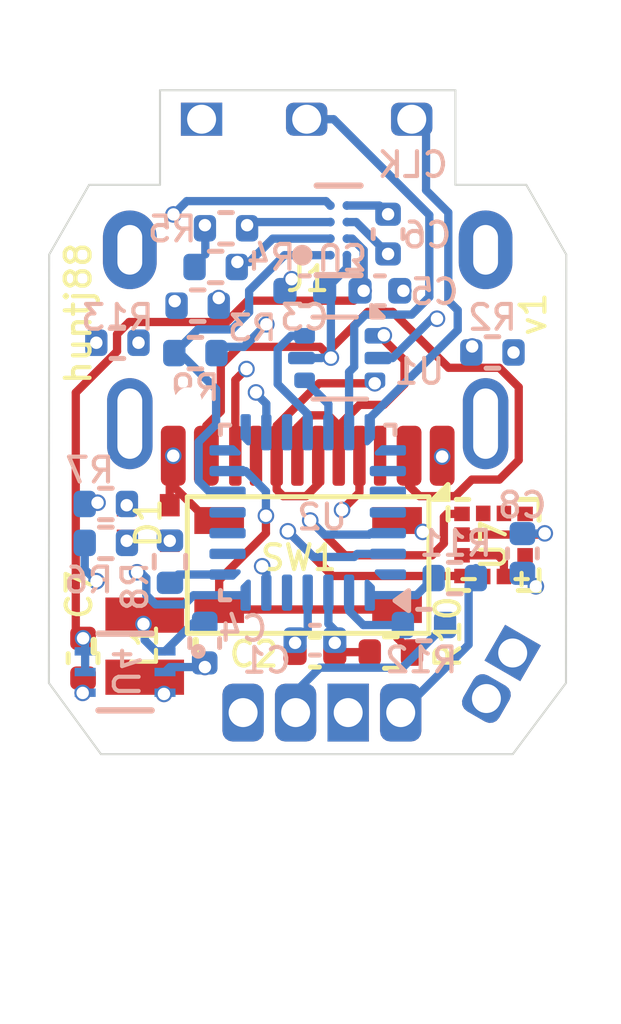
<source format=kicad_pcb>
(kicad_pcb (version 20241229) (generator "pcbnew") (generator_version "9.0")
  (layers (0 "F.Cu" signal) (4 "In1.Cu" signal) (6 "In2.Cu" signal) (8 "In3.Cu" signal) (10 "In4.Cu" signal) (2 "B.Cu" signal) (13 "F.Paste" user) (15 "B.Paste" user) (5 "F.SilkS" user "F.Silkscreen") (7 "B.SilkS" user "B.Silkscreen") (1 "F.Mask" user) (3 "B.Mask" user) (25 "Edge.Cuts" user))
  (net 0 "")
  (net 1 "VBUS_CHRG")
  (net 2 "GND")
  (net 3 "SYS_CHRG")
  (net 4 "BAT_CHRG")
  (net 5 "+3.3V")
  (net 6 "Net-(D1-GA)")
  (net 7 "Net-(D1-RA)")
  (net 8 "Net-(D1-BA)")
  (net 10 "Net-(J1-D+-PadA6)")
  (net 12 "Net-(J1-D--PadA7)")
  (net 15 "Net-(J1-CC2)")
  (net 17 "Net-(J1-CC1)")
  (net 19 "TS_MR_CHRG")
  (net 20 "red")
  (net 21 "green")
  (net 22 "blue")
  (net 23 "USB_DP")
  (net 24 "I2C_SCL")
  (net 25 "DEBUG_SWCLK")
  (net 26 "I2C_SDA")
  (net 27 "INT_CHRG")
  (net 28 "USB_DM")
  (net 29 "DEBUG_SWDIO")
  (net 30 "Net-(U4-SW)")
  (net 36 "Net-(J6-Pin_1)")
  (net 41 "Net-(J6-Pin_4)")
  (net 42 "Net-(J6-Pin_2)")
  (net 50 "fRed")
  (net 51 "fGreen")
  (net 52 "fBlueBulb")
  (footprint "MicroLightDevBoard:Microlight_debug_pins" (layer "F.Cu") (at 47.185 18.45 90)
    (property "Reference" "J3" (hide yes))
    (property "Value" "Conn_01x03_Socket" (hide yes))
    (pad "1" thru_hole rect (at 0 0 90) (size 0.8 1) (drill 0.7) (layers "*.Cu" "*.Mask") (net 2 "GND"))
    (pad "2" thru_hole roundrect (at 0 2.54 90) (size 0.8 1) (drill 0.7) (layers "*.Cu" "*.Mask") (roundrect_rratio 0.2272727273) (net 29 "DEBUG_SWDIO"))
    (pad "3" thru_hole roundrect (at 0 5.08 90) (size 0.8 1) (drill 0.7) (layers "*.Cu" "*.Mask") (roundrect_rratio 0.2272727273) (net 25 "DEBUG_SWCLK"))
  )
  (footprint "Resistor_SMD:R_0402_1005Metric" (layer "F.Cu") (at 51.76 31.335)
    (property "Reference" "R10" (at 1.38 -0.485 90) (layer "F.SilkS") (effects (font (size 0.6 0.6) (thickness 0.1) (bold yes))))
    (property "Value" "6.8k")
    (pad "1" smd roundrect (at -0.509998 -0.000002) (size 0.54 0.64) (layers "F.Cu" "F.Mask" "F.Paste") (net 5 "+3.3V"))
    (pad "2" smd roundrect (at 0.509998 0.000002) (size 0.54 0.64) (layers "F.Cu" "F.Mask" "F.Paste") (net 19 "TS_MR_CHRG"))
  )
  (footprint "Capacitor_SMD:C_0402_1005Metric" (layer "F.Cu") (at 44.32 31.47 -90)
    (property "Reference" "C7" (at -1.535 0.095 90) (layer "F.SilkS") (effects (font (size 0.6 0.6) (thickness 0.1) (bold yes))))
    (property "Value" "10uF")
    (pad "1" smd roundrect (at -0.48 0 270) (size 0.56 0.62) (layers "F.Cu" "F.Mask" "F.Paste") (net 3 "SYS_CHRG"))
    (pad "2" smd roundrect (at 0.48 0 270) (size 0.56 0.62) (layers "F.Cu" "F.Mask" "F.Paste") (net 2 "GND"))
  )
  (footprint "MicroLightDevBoard:rgbLed4Pin_1.27mm" (layer "F.Cu") (at 48.188269 32.785 90)
    (property "Reference" "J6" (hide yes))
    (property "Value" "Conn_01x04_Socket")
    (pad "1" thru_hole roundrect (at 0 0 90) (size 1.4 1) (drill 0.7) (layers "*.Cu" "*.Mask") (net 36 "Net-(J6-Pin_1)"))
    (pad "2" thru_hole roundrect (at 0 1.27 90) (size 1.4 1) (drill 0.7) (layers "*.Cu" "*.Mask") (net 42 "Net-(J6-Pin_2)"))
    (pad "3" thru_hole rect (at 0 2.54 90) (size 1.4 1) (drill 0.7) (layers "*.Cu" "*.Mask") (net 2 "GND"))
    (pad "4" thru_hole roundrect (at 0 3.81 90) (size 1.4 1) (drill 0.7) (layers "*.Cu" "*.Mask") (net 41 "Net-(J6-Pin_4)"))
  )
  (footprint "MicroLightDevBoard:TS-1089S-02526" (layer "F.Cu") (at 49.76 29.22)
    (property "Reference" "SW1" (at -0.225 -0.175 0) (layer "F.SilkS") (effects (font (size 0.6 0.6) (thickness 0.1) (bold yes))))
    (property "Value" "SW_Push" (hide yes))
    (pad "1" smd rect (at -2.15 -1.075) (size 1.2 0.65) (layers "F.Cu" "F.Mask" "F.Paste") (net 2 "GND"))
    (pad "1" smd rect (at 2.15 -1.075) (size 1.2 0.65) (layers "F.Cu" "F.Mask" "F.Paste") (net 2 "GND"))
    (pad "2" smd rect (at -2.15 1.075) (size 1.2 0.65) (layers "F.Cu" "F.Mask" "F.Paste") (net 19 "TS_MR_CHRG"))
    (pad "2" smd rect (at 2.15 1.075) (size 1.2 0.65) (layers "F.Cu" "F.Mask" "F.Paste") (net 19 "TS_MR_CHRG"))
  )
  (footprint "MicroLightDevBoard:battery_1x01_Vertical" (layer "F.Cu") (at 54.069632 32.445482 150)
    (property "Reference" "J4" (hide yes))
    (property "Value" "Conn_01x01_Socket" (hide yes))
    (pad "1" thru_hole roundrect (at 0 0 150) (size 1 1) (drill 0.7) (layers "*.Cu" "*.Mask") (net 4 "BAT_CHRG"))
  )
  (footprint "Package_LGA:LGA-12_2x2mm_P0.5mm" (layer "F.Cu") (at 54.2425 28.735)
    (property "Reference" "U7" (at 0 0 90) (layer "F.SilkS") (effects (font (size 0.6 0.6) (thickness 0.1) (bold yes))))
    (property "Value" "MC3479")
    (pad "1" smd rect (at -0.762501 -0.750001) (size 0.375 0.35) (layers "F.Cu" "F.Mask" "F.Paste") (net 24 "I2C_SCL"))
    (pad "2" smd rect (at -0.762498 -0.249999) (size 0.375 0.35) (layers "F.Cu" "F.Mask" "F.Paste") (net 5 "+3.3V"))
    (pad "3" smd rect (at -0.762498 0.249999) (size 0.375 0.35) (layers "F.Cu" "F.Mask" "F.Paste") (net 2 "GND"))
    (pad "4" smd rect (at -0.762499 0.750001) (size 0.375 0.35) (layers "F.Cu" "F.Mask" "F.Paste") (net 26 "I2C_SDA"))
    (pad "5" smd rect (at -0.249999 0.762498 90) (size 0.375 0.35) (layers "F.Cu" "F.Mask" "F.Paste"))
    (pad "6" smd rect (at 0.249999 0.762498 90) (size 0.375 0.35) (layers "F.Cu" "F.Mask" "F.Paste") (net 2 "GND"))
    (pad "7" smd rect (at 0.762501 0.750001) (size 0.375 0.35) (layers "F.Cu" "F.Mask" "F.Paste") (net 2 "GND"))
    (pad "8" smd rect (at 0.762498 0.249999) (size 0.375 0.35) (layers "F.Cu" "F.Mask" "F.Paste"))
    (pad "9" smd rect (at 0.762498 -0.249999) (size 0.375 0.35) (layers "F.Cu" "F.Mask" "F.Paste") (net 5 "+3.3V"))
    (pad "10" smd rect (at 0.762499 -0.750001) (size 0.375 0.35) (layers "F.Cu" "F.Mask" "F.Paste"))
    (pad "11" smd rect (at 0.249999 -0.762498 90) (size 0.375 0.35) (layers "F.Cu" "F.Mask" "F.Paste"))
    (pad "12" smd rect (at -0.249999 -0.762498 90) (size 0.375 0.35) (layers "F.Cu" "F.Mask" "F.Paste"))
  )
  (footprint "MicroLightDevBoard:USB_C_Receptacle_Hroparts_TYPE-C-31-M-12" (layer "F.Cu") (at 49.75 27.305 180)
    (property "Reference" "J1" (at 0 5 0) (layer "F.SilkS") (effects (font (size 0.6 0.6) (thickness 0.1) (bold yes))))
    (property "Value" "TYPE-C-31-M-12")
    (pad "" np_thru_hole circle (at -2.89 2.051 180) (size 0.65 0.65) (drill 0.65) (layers "*.Cu" "*.Mask"))
    (pad "" np_thru_hole circle (at 2.89 2.051 180) (size 0.65 0.65) (drill 0.65) (layers "*.Cu" "*.Mask"))
    (pad "A1" smd roundrect (at -3.25 0.725 180) (size 0.6 1.45) (layers "F.Cu" "F.Mask" "F.Paste") (net 2 "GND"))
    (pad "A4" smd roundrect (at -2.45 0.725 180) (size 0.6 1.45) (layers "F.Cu" "F.Mask" "F.Paste") (net 1 "VBUS_CHRG"))
    (pad "A5" smd roundrect (at -1.25 0.725 180) (size 0.3 1.45) (layers "F.Cu" "F.Mask" "F.Paste") (net 17 "Net-(J1-CC1)"))
    (pad "A6" smd roundrect (at -0.254 0.725 180) (size 0.3 1.45) (layers "F.Cu" "F.Mask" "F.Paste") (net 10 "Net-(J1-D+-PadA6)"))
    (pad "A7" smd roundrect (at 0.25 0.725 180) (size 0.3 1.45) (layers "F.Cu" "F.Mask" "F.Paste") (net 12 "Net-(J1-D--PadA7)"))
    (pad "A8" smd roundrect (at 1.25 0.725 180) (size 0.3 1.45) (layers "F.Cu" "F.Mask" "F.Paste"))
    (pad "B1" smd roundrect (at 3.25 0.725 180) (size 0.6 1.45) (layers "F.Cu" "F.Mask" "F.Paste") (net 2 "GND"))
    (pad "B4" smd roundrect (at 2.45 0.725 180) (size 0.6 1.45) (layers "F.Cu" "F.Mask" "F.Paste") (net 1 "VBUS_CHRG"))
    (pad "B5" smd roundrect (at 1.75 0.725 180) (size 0.3 1.45) (layers "F.Cu" "F.Mask" "F.Paste") (net 15 "Net-(J1-CC2)"))
    (pad "B6" smd roundrect (at 0.75 0.725 180) (size 0.3 1.45) (layers "F.Cu" "F.Mask" "F.Paste") (net 10 "Net-(J1-D+-PadA6)"))
    (pad "B7" smd roundrect (at -0.75 0.725 180) (size 0.3 1.45) (layers "F.Cu" "F.Mask" "F.Paste") (net 12 "Net-(J1-D--PadA7)"))
    (pad "B8" smd roundrect (at -1.75 0.725 180) (size 0.3 1.45) (layers "F.Cu" "F.Mask" "F.Paste"))
    (pad "S1" thru_hole oval (at -4.3 1.5 180) (size 1.1 2.2) (drill oval 0.6 1.7) (layers "*.Cu" "*.Mask"))
    (pad "S1" thru_hole oval (at -4.3 5.7 180) (size 1.3 1.9) (drill oval 0.6 1.2) (layers "*.Cu" "*.Mask"))
    (pad "S1" thru_hole oval (at 4.3 1.5 180) (size 1.1 2.2) (drill oval 0.6 1.7) (layers "*.Cu" "*.Mask"))
    (pad "S1" thru_hole oval (at 4.3 5.7 180) (size 1.3 1.9) (drill oval 0.6 1.2) (layers "*.Cu" "*.Mask"))
  )
  (footprint "MicroLightDevBoard:74438343022_L" (layer "F.Cu") (at 45.81 31.18 -90)
    (property "Reference" "L1" (at -0.01 0 90) (layer "F.SilkS") (effects (font (size 0.6 0.6) (thickness 0.1) (bold yes))))
    (property "Value" "74438343022 2.2uH" (hide yes))
    (pad "1" smd rect (at -0.75 0 270) (size 0.85 1.9) (layers "F.Cu" "F.Mask" "F.Paste") (net 5 "+3.3V"))
    (pad "2" smd rect (at 0.75 0 270) (size 0.85 1.9) (layers "F.Cu" "F.Mask" "F.Paste") (net 30 "Net-(U4-SW)"))
  )
  (footprint "MicroLightDevBoard:RS-C1415MBAR" (layer "F.Cu") (at 45.895 28.205 180)
    (property "Reference" "D1" (at 0 0 90) (layer "F.SilkS") (effects (font (size 0.6 0.6) (thickness 0.1))))
    (property "Value" "LED_RGBK" (hide yes))
    (pad "1" smd rect (at 0.520002 0.430001) (size 0.48 0.54) (layers "F.Cu" "F.Mask" "F.Paste") (net 6 "Net-(D1-GA)"))
    (pad "2" smd rect (at -0.519997 0.429997 180) (size 0.48 0.54) (layers "F.Cu" "F.Mask" "F.Paste") (net 2 "GND"))
    (pad "3" smd rect (at -0.520002 -0.430001 180) (size 0.48 0.54) (layers "F.Cu" "F.Mask" "F.Paste") (net 8 "Net-(D1-BA)"))
    (pad "4" smd rect (at 0.519997 -0.429997 180) (size 0.48 0.54) (layers "F.Cu" "F.Mask" "F.Paste") (net 7 "Net-(D1-RA)"))
  )
  (footprint "MicroLightDevBoard:battery_1x01_Vertical" (layer "F.Cu") (at 54.705 31.345 -120)
    (property "Reference" "J5" (hide yes))
    (property "Value" "Conn_01x01_Socket" (hide yes))
    (pad "1" thru_hole rect (at 0 0 240) (size 1 1) (drill 0.7) (layers "*.Cu" "*.Mask") (net 2 "GND"))
  )
  (footprint "Capacitor_SMD:C_0402_1005Metric" (layer "F.Cu") (at 49.925 31.325 180)
    (property "Reference" "C2" (at 1.475 -0.05 0) (layer "F.SilkS") (effects (font (size 0.6 0.6) (thickness 0.1) (bold yes))))
    (property "Value" "4.7 uf")
    (pad "1" smd roundrect (at -0.48 0 180) (size 0.56 0.62) (layers "F.Cu" "F.Mask" "F.Paste") (net 5 "+3.3V"))
    (pad "2" smd roundrect (at 0.48 0 180) (size 0.56 0.62) (layers "F.Cu" "F.Mask" "F.Paste") (net 2 "GND"))
  )
  (footprint "MicroLightDevBoard:BQ25180" (layer "B.Cu") (at 50.497499 21.134999)
    (property "Reference" "U3" (at 0.085 0.624999 180) (layer "B.SilkS") (effects (font (size 0.6 0.6) (thickness 0.1) (bold yes)) (justify mirror)))
    (property "Value" "BQ25180")
    (pad "1" smd circle (at -0.2 0.599999) (size 0.212499 0.212499) (layers "B.Cu" "B.Mask" "B.Paste") (net 27 "INT_CHRG"))
    (pad "2" smd circle (at 0.2 0.599999) (size 0.212499 0.212499) (layers "B.Cu" "B.Mask" "B.Paste") (net 1 "VBUS_CHRG"))
    (pad "3" smd circle (at -0.2 0.2) (size 0.212499 0.212499) (layers "B.Cu" "B.Mask" "B.Paste") (net 24 "I2C_SCL"))
    (pad "4" smd circle (at 0.2 0.2) (size 0.212499 0.212499) (layers "B.Cu" "B.Mask" "B.Paste") (net 3 "SYS_CHRG"))
    (pad "5" smd circle (at -0.2 -0.2) (size 0.212499 0.212499) (layers "B.Cu" "B.Mask" "B.Paste") (net 26 "I2C_SDA"))
    (pad "6" smd circle (at 0.2 -0.2) (size 0.212499 0.212499) (layers "B.Cu" "B.Mask" "B.Paste") (net 4 "BAT_CHRG"))
    (pad "7" smd circle (at -0.2 -0.599999) (size 0.212499 0.212499) (layers "B.Cu" "B.Mask" "B.Paste") (net 19 "TS_MR_CHRG"))
    (pad "8" smd circle (at 0.2 -0.599999) (size 0.212499 0.212499) (layers "B.Cu" "B.Mask" "B.Paste") (net 2 "GND"))
  )
  (footprint "Package_DFN_QFN:QFN-28_4x4mm_P0.5mm" (layer "B.Cu") (at 49.75 27.95 90)
    (property "Reference" "U2" (at -0.1125 0.35 180) (layer "B.SilkS") (effects (font (size 0.6 0.6) (thickness 0.1) (bold yes)) (justify mirror)))
    (property "Value" "STM32C071GBUx" (hide yes))
    (pad "1" smd custom (at -1.9975 1.5 90) (size 0.136863 0.136863) (layers "B.Cu" "B.Mask" "B.Paste") (net 50 "fRed") (options (clearance outline) (anchor circle)) (primitives (gr_poly (pts (xy -0.3325 0.08) (xy 0.19886 0.08) (xy 0.3325 -0.05364) (xy 0.3325 -0.08) (xy -0.3325 -0.08)) (width 0.09) (fill yes))))
    (pad "2" smd roundrect (at -1.9375 1 90) (size 0.875 0.25) (layers "B.Cu" "B.Mask" "B.Paste") (net 51 "fGreen"))
    (pad "3" smd roundrect (at -1.9375 0.5 90) (size 0.875 0.25) (layers "B.Cu" "B.Mask" "B.Paste") (net 5 "+3.3V"))
    (pad "4" smd roundrect (at -1.9375 0 90) (size 0.875 0.25) (layers "B.Cu" "B.Mask" "B.Paste") (net 2 "GND"))
    (pad "5" smd roundrect (at -1.9375 -0.5 90) (size 0.875 0.25) (layers "B.Cu" "B.Mask" "B.Paste"))
    (pad "6" smd roundrect (at -1.9375 -1 90) (size 0.875 0.25) (layers "B.Cu" "B.Mask" "B.Paste") (net 20 "red"))
    (pad "7" smd custom (at -1.9975 -1.5 90) (size 0.136863 0.136863) (layers "B.Cu" "B.Mask" "B.Paste") (net 21 "green") (options (clearance outline) (anchor circle)) (primitives (gr_poly (pts (xy -0.3325 0.08) (xy 0.3325 0.08) (xy 0.3325 0.05364) (xy 0.19886 -0.08) (xy -0.3325 -0.08)) (width 0.09) (fill yes))))
    (pad "8" smd custom (at -1.5 -1.9975 90) (size 0.136863 0.136863) (layers "B.Cu" "B.Mask" "B.Paste") (net 22 "blue") (options (clearance outline) (anchor circle)) (primitives (gr_poly (pts (xy -0.08 0.19886) (xy 0.05364 0.3325) (xy 0.08 0.3325) (xy 0.08 -0.3325) (xy -0.08 -0.3325)) (width 0.09) (fill yes))))
    (pad "9" smd roundrect (at -1 -1.9375 90) (size 0.25 0.875) (layers "B.Cu" "B.Mask" "B.Paste"))
    (pad "10" smd roundrect (at -0.5 -1.9375 90) (size 0.25 0.875) (layers "B.Cu" "B.Mask" "B.Paste"))
    (pad "11" smd roundrect (at 0 -1.9375 90) (size 0.25 0.875) (layers "B.Cu" "B.Mask" "B.Paste"))
    (pad "12" smd roundrect (at 0.5 -1.9375 90) (size 0.25 0.875) (layers "B.Cu" "B.Mask" "B.Paste") (net 27 "INT_CHRG"))
    (pad "13" smd roundrect (at 1 -1.9375 90) (size 0.25 0.875) (layers "B.Cu" "B.Mask" "B.Paste") (net 19 "TS_MR_CHRG"))
    (pad "14" smd custom (at 1.5 -1.9975 90) (size 0.136863 0.136863) (layers "B.Cu" "B.Mask" "B.Paste") (options (clearance outline) (anchor circle)) (primitives (gr_poly (pts (xy -0.08 0.3325) (xy -0.05364 0.3325) (xy 0.08 0.19886) (xy 0.08 -0.3325) (xy -0.08 -0.3325)) (width 0.09) (fill yes))))
    (pad "15" smd custom (at 1.9975 -1.5 90) (size 0.136863 0.136863) (layers "B.Cu" "B.Mask" "B.Paste") (options (clearance outline) (anchor circle)) (primitives (gr_poly (pts (xy -0.3325 0.08) (xy 0.3325 0.08) (xy 0.3325 -0.08) (xy -0.19886 -0.08) (xy -0.3325 0.05364)) (width 0.09) (fill yes))))
    (pad "16" smd roundrect (at 1.9375 -1 90) (size 0.875 0.25) (layers "B.Cu" "B.Mask" "B.Paste") (net 52 "fBlueBulb"))
    (pad "17" smd roundrect (at 1.9375 -0.5 90) (size 0.875 0.25) (layers "B.Cu" "B.Mask" "B.Paste"))
    (pad "18" smd roundrect (at 1.9375 0 90) (size 0.875 0.25) (layers "B.Cu" "B.Mask" "B.Paste") (net 28 "USB_DM"))
    (pad "19" smd roundrect (at 1.9375 0.5 90) (size 0.875 0.25) (layers "B.Cu" "B.Mask" "B.Paste") (net 23 "USB_DP"))
    (pad "20" smd roundrect (at 1.9375 1 90) (size 0.875 0.25) (layers "B.Cu" "B.Mask" "B.Paste") (net 29 "DEBUG_SWDIO"))
    (pad "21" smd custom (at 1.9975 1.5 90) (size 0.136863 0.136863) (layers "B.Cu" "B.Mask" "B.Paste") (net 25 "DEBUG_SWCLK") (options (clearance outline) (anchor circle)) (primitives (gr_poly (pts (xy -0.3325 -0.05364) (xy -0.19886 0.08) (xy 0.3325 0.08) (xy 0.3325 -0.08) (xy -0.3325 -0.08)) (width 0.09) (fill yes))))
    (pad "22" smd custom (at 1.5 1.9975 90) (size 0.136863 0.136863) (layers "B.Cu" "B.Mask" "B.Paste") (options (clearance outline) (anchor circle)) (primitives (gr_poly (pts (xy -0.08 0.3325) (xy 0.08 0.3325) (xy 0.08 -0.19886) (xy -0.05364 -0.3325) (xy -0.08 -0.3325)) (width 0.09) (fill yes))))
    (pad "23" smd roundrect (at 1 1.9375 90) (size 0.25 0.875) (layers "B.Cu" "B.Mask" "B.Paste"))
    (pad "24" smd roundrect (at 0.5 1.9375 90) (size 0.25 0.875) (layers "B.Cu" "B.Mask" "B.Paste"))
    (pad "25" smd roundrect (at 0 1.9375 90) (size 0.25 0.875) (layers "B.Cu" "B.Mask" "B.Paste"))
    (pad "26" smd roundrect (at -0.5 1.9375 90) (size 0.25 0.875) (layers "B.Cu" "B.Mask" "B.Paste") (net 24 "I2C_SCL"))
    (pad "27" smd roundrect (at -1 1.9375 90) (size 0.25 0.875) (layers "B.Cu" "B.Mask" "B.Paste") (net 26 "I2C_SDA"))
    (pad "28" smd custom (at -1.5 1.9975 90) (size 0.136863 0.136863) (layers "B.Cu" "B.Mask" "B.Paste") (options (clearance outline) (anchor circle)) (primitives (gr_poly (pts (xy -0.08 0.3325) (xy 0.08 0.3325) (xy 0.08 -0.3325) (xy 0.05364 -0.3325) (xy -0.08 -0.19886)) (width 0.09) (fill yes))))
  )
  (footprint "Resistor_SMD:R_0402_1005Metric" (layer "B.Cu") (at 44.87 27.745 180)
    (property "Reference" "R7" (at 0.39 0.815 0) (layer "B.SilkS") (effects (font (size 0.6 0.6) (thickness 0.1) (bold yes)) (justify mirror)))
    (property "Value" "30")
    (pad "1" smd roundrect (at -0.509997 -0.000001 180) (size 0.54 0.64) (layers "B.Cu" "B.Mask" "B.Paste") (net 6 "Net-(D1-GA)"))
    (pad "2" smd roundrect (at 0.509997 0.000001 180) (size 0.54 0.64) (layers "B.Cu" "B.Mask" "B.Paste") (net 21 "green"))
  )
  (footprint "Package_TO_SOT_SMD:SOT-666" (layer "B.Cu") (at 50.525 24.22 180)
    (property "Reference" "U1" (at -1.925 -0.325 180) (layer "B.SilkS") (effects (font (size 0.6 0.6) (thickness 0.1) (bold yes)) (justify mirror)))
    (property "Value" "USBLC6-2P6")
    (pad "1" smd roundrect (at -0.85 0.5375 180) (size 0.5 0.375) (layers "B.Cu" "B.Mask" "B.Paste") (net 12 "Net-(J1-D--PadA7)"))
    (pad "2" smd roundrect (at -0.925 0 180) (size 0.65 0.3) (layers "B.Cu" "B.Mask" "B.Paste") (net 2 "GND"))
    (pad "3" smd roundrect (at -0.85 -0.5375 180) (size 0.5 0.375) (layers "B.Cu" "B.Mask" "B.Paste") (net 10 "Net-(J1-D+-PadA6)"))
    (pad "4" smd roundrect (at 0.85 -0.5375 180) (size 0.5 0.375) (layers "B.Cu" "B.Mask" "B.Paste") (net 23 "USB_DP"))
    (pad "5" smd roundrect (at 0.925 0 180) (size 0.65 0.3) (layers "B.Cu" "B.Mask" "B.Paste") (net 1 "VBUS_CHRG"))
    (pad "6" smd roundrect (at 0.85 0.5375 180) (size 0.5 0.375) (layers "B.Cu" "B.Mask" "B.Paste") (net 28 "USB_DM"))
  )
  (footprint "Capacitor_SMD:C_0402_1005Metric" (layer "B.Cu") (at 54.94 28.94 90)
    (property "Reference" "C8" (at 1.165 -0.005 0) (layer "B.SilkS") (effects (font (size 0.6 0.6) (thickness 0.1) (bold yes)) (justify mirror)))
    (property "Value" "100nF")
    (pad "1" smd roundrect (at -0.48 0 90) (size 0.56 0.62) (layers "B.Cu" "B.Mask" "B.Paste") (net 2 "GND"))
    (pad "2" smd roundrect (at 0.48 0 90) (size 0.56 0.62) (layers "B.Cu" "B.Mask" "B.Paste") (net 5 "+3.3V"))
  )
  (footprint "Resistor_SMD:R_0402_1005Metric" (layer "B.Cu") (at 53.305 29.535)
    (property "Reference" "R11" (at 0.02 -0.835 0) (layer "B.SilkS") (effects (font (size 0.6 0.6) (thickness 0.1) (bold yes)) (justify mirror)))
    (property "Value" "51")
    (pad "1" smd roundrect (at -0.509998 0.000002) (size 0.54 0.64) (layers "B.Cu" "B.Mask" "B.Paste") (net 50 "fRed"))
    (pad "2" smd roundrect (at 0.509998 -0.000002) (size 0.54 0.64) (layers "B.Cu" "B.Mask" "B.Paste") (net 41 "Net-(J6-Pin_4)"))
  )
  (footprint "Capacitor_SMD:C_0402_1005Metric" (layer "B.Cu") (at 49.68 22.595)
    (property "Reference" "C3" (at -0.01 0.64 0) (layer "B.SilkS") (effects (font (size 0.6 0.6) (thickness 0.1) (bold yes)) (justify mirror)))
    (property "Value" "1uF 25v")
    (pad "1" smd roundrect (at -0.48 0) (size 0.56 0.62) (layers "B.Cu" "B.Mask" "B.Paste") (net 2 "GND"))
    (pad "2" smd roundrect (at 0.48 0) (size 0.56 0.62) (layers "B.Cu" "B.Mask" "B.Paste") (net 1 "VBUS_CHRG"))
  )
  (footprint "Capacitor_SMD:C_0402_1005Metric" (layer "B.Cu") (at 51.692499 21.224998 -90)
    (property "Reference" "C6" (at 0.025 -0.94 180) (layer "B.SilkS") (effects (font (size 0.6 0.6) (thickness 0.1) (bold yes)) (justify mirror)))
    (property "Value" "1uF 25v")
    (pad "1" smd roundrect (at -0.48 0 270) (size 0.56 0.62) (layers "B.Cu" "B.Mask" "B.Paste") (net 2 "GND"))
    (pad "2" smd roundrect (at 0.48 0 270) (size 0.56 0.62) (layers "B.Cu" "B.Mask" "B.Paste") (net 4 "BAT_CHRG"))
  )
  (footprint "Resistor_SMD:R_0402_1005Metric" (layer "B.Cu") (at 47.775 21.085 180)
    (property "Reference" "R5" (at 1.3 -0.02 0) (layer "B.SilkS") (effects (font (size 0.6 0.6) (thickness 0.1) (bold yes)) (justify mirror)))
    (property "Value" "10k")
    (pad "1" smd roundrect (at -0.51 0 180) (size 0.54 0.64) (layers "B.Cu" "B.Mask" "B.Paste") (net 26 "I2C_SDA"))
    (pad "2" smd roundrect (at 0.51 0 180) (size 0.54 0.64) (layers "B.Cu" "B.Mask" "B.Paste") (net 5 "+3.3V"))
  )
  (footprint "Capacitor_SMD:C_0402_1005Metric" (layer "B.Cu") (at 49.925 31.035 180)
    (property "Reference" "C1" (at 1.165 -0.49 0) (layer "B.SilkS") (effects (font (size 0.6 0.6) (thickness 0.1) (bold yes)) (justify mirror)))
    (property "Value" "100 nf")
    (pad "1" smd roundrect (at -0.48 0 180) (size 0.56 0.62) (layers "B.Cu" "B.Mask" "B.Paste") (net 5 "+3.3V"))
    (pad "2" smd roundrect (at 0.48 0 180) (size 0.56 0.62) (layers "B.Cu" "B.Mask" "B.Paste") (net 2 "GND"))
  )
  (footprint "Resistor_SMD:R_0402_1005Metric" (layer "B.Cu") (at 52.56 30.67)
    (property "Reference" "R12" (at -0.065 0.845 0) (layer "B.SilkS") (effects (font (size 0.6 0.6) (thickness 0.1) (bold yes)) (justify mirror)))
    (property "Value" "30")
    (pad "1" smd roundrect (at -0.509998 0.000002) (size 0.54 0.64) (layers "B.Cu" "B.Mask" "B.Paste") (net 51 "fGreen"))
    (pad "2" smd roundrect (at 0.509998 -0.000002) (size 0.54 0.64) (layers "B.Cu" "B.Mask" "B.Paste") (net 42 "Net-(J6-Pin_2)"))
  )
  (footprint "Resistor_SMD:R_0402_1005Metric" (layer "B.Cu") (at 45.15 23.85 180)
    (property "Reference" "R13" (at 0 0.61 0) (layer "B.SilkS") (effects (font (size 0.6 0.6) (thickness 0.1) (bold yes)) (justify mirror)))
    (property "Value" "30")
    (pad "1" smd roundrect (at -0.509998 0.000002 180) (size 0.54 0.64) (layers "B.Cu" "B.Mask" "B.Paste") (net 52 "fBlueBulb"))
    (pad "2" smd roundrect (at 0.509998 -0.000002 180) (size 0.54 0.64) (layers "B.Cu" "B.Mask" "B.Paste") (net 36 "Net-(J6-Pin_1)"))
  )
  (footprint "Resistor_SMD:R_0402_1005Metric" (layer "B.Cu") (at 54.215 24.085 180)
    (property "Reference" "R2" (at -0.000001 0.845 0) (layer "B.SilkS") (effects (font (size 0.6 0.6) (thickness 0.1) (bold yes)) (justify mirror)))
    (property "Value" "5.1k")
    (pad "1" smd roundrect (at -0.51 -0.000001 180) (size 0.54 0.64) (layers "B.Cu" "B.Mask" "B.Paste") (net 17 "Net-(J1-CC1)"))
    (pad "2" smd roundrect (at 0.51 0.000001 180) (size 0.54 0.64) (layers "B.Cu" "B.Mask" "B.Paste") (net 2 "GND"))
  )
  (footprint "Resistor_SMD:R_0402_1005Metric" (layer "B.Cu") (at 47.09 22.955)
    (property "Reference" "R3" (at 1.32 0.54 0) (layer "B.SilkS") (effects (font (size 0.6 0.6) (thickness 0.1) (bold yes)) (justify mirror)))
    (property "Value" "5.1k")
    (pad "1" smd roundrect (at -0.51 0) (size 0.54 0.64) (layers "B.Cu" "B.Mask" "B.Paste") (net 15 "Net-(J1-CC2)"))
    (pad "2" smd roundrect (at 0.51 0) (size 0.54 0.64) (layers "B.Cu" "B.Mask" "B.Paste") (net 2 "GND"))
  )
  (footprint "Resistor_SMD:R_0402_1005Metric" (layer "B.Cu") (at 46.42 29.14 -90)
    (property "Reference" "R8" (at 0.595 0.845 90) (layer "B.SilkS") (effects (font (size 0.6 0.6) (thickness 0.1) (bold yes)) (justify mirror)))
    (property "Value" "30")
    (pad "1" smd roundrect (at -0.509999 0.000002 270) (size 0.54 0.64) (layers "B.Cu" "B.Mask" "B.Paste") (net 8 "Net-(D1-BA)"))
    (pad "2" smd roundrect (at 0.509999 -0.000002 270) (size 0.54 0.64) (layers "B.Cu" "B.Mask" "B.Paste") (net 22 "blue"))
  )
  (footprint "Resistor_SMD:R_0402_1005Metric" (layer "B.Cu") (at 44.87 28.685 180)
    (property "Reference" "R6" (at 0.415 -0.9 0) (layer "B.SilkS") (effects (font (size 0.6 0.6) (thickness 0.1) (bold yes)) (justify mirror)))
    (property "Value" "51")
    (pad "1" smd roundrect (at -0.509999 0.000002 180) (size 0.54 0.64) (layers "B.Cu" "B.Mask" "B.Paste") (net 7 "Net-(D1-RA)"))
    (pad "2" smd roundrect (at 0.509999 -0.000002 180) (size 0.54 0.64) (layers "B.Cu" "B.Mask" "B.Paste") (net 20 "red"))
  )
  (footprint "Resistor_SMD:R_0402_1005Metric" (layer "B.Cu") (at 47.035 24.1 180)
    (property "Reference" "R9" (at 0 -0.84 0) (layer "B.SilkS") (effects (font (size 0.6 0.6) (thickness 0.1) (bold yes)) (justify mirror)))
    (property "Value" "10k")
    (pad "1" smd roundrect (at -0.51 -0.000001 180) (size 0.54 0.64) (layers "B.Cu" "B.Mask" "B.Paste") (net 5 "+3.3V"))
    (pad "2" smd roundrect (at 0.51 0.000001 180) (size 0.54 0.64) (layers "B.Cu" "B.Mask" "B.Paste") (net 27 "INT_CHRG"))
  )
  (footprint "Capacitor_SMD:C_0402_1005Metric" (layer "B.Cu") (at 47.26 31.105 -90)
    (property "Reference" "C4" (at -0.35 -0.92 0) (layer "B.SilkS") (effects (font (size 0.6 0.6) (thickness 0.1) (bold yes)) (justify mirror)))
    (property "Value" "10uF")
    (pad "1" smd roundrect (at -0.48 0 270) (size 0.56 0.62) (layers "B.Cu" "B.Mask" "B.Paste") (net 5 "+3.3V"))
    (pad "2" smd roundrect (at 0.48 0 270) (size 0.56 0.62) (layers "B.Cu" "B.Mask" "B.Paste") (net 2 "GND"))
  )
  (footprint "Capacitor_SMD:C_0402_1005Metric" (layer "B.Cu") (at 51.495 22.594998 180)
    (property "Reference" "C5" (at -1.315 -0.025002 0) (layer "B.SilkS") (effects (font (size 0.6 0.6) (thickness 0.1) (bold yes)) (justify mirror)))
    (property "Value" "10uF")
    (pad "1" smd roundrect (at -0.48 0 180) (size 0.56 0.62) (layers "B.Cu" "B.Mask" "B.Paste") (net 2 "GND"))
    (pad "2" smd roundrect (at 0.48 0 180) (size 0.56 0.62) (layers "B.Cu" "B.Mask" "B.Paste") (net 3 "SYS_CHRG"))
  )
  (footprint "Resistor_SMD:R_0402_1005Metric" (layer "B.Cu") (at 47.525 22.02 180)
    (property "Reference" "R4" (at -1.34 0.23 180) (layer "B.SilkS") (effects (font (size 0.6 0.6) (thickness 0.1) (bold yes)) (justify mirror)))
    (property "Value" "10k")
    (pad "1" smd roundrect (at -0.51 0 180) (size 0.54 0.64) (layers "B.Cu" "B.Mask" "B.Paste") (net 24 "I2C_SCL"))
    (pad "2" smd roundrect (at 0.51 0 180) (size 0.54 0.64) (layers "B.Cu" "B.Mask" "B.Paste") (net 5 "+3.3V"))
  )
  (footprint "MicroLightDevBoard:SNT-6A-A-PKG_PG006-A-P-SD-2.1_ABL" (layer "B.Cu") (at 45.3352 31.805 180)
    (property "Reference" "U4" (at 0 0 270) (layer "B.SilkS") (effects (font (size 0.6 0.6) (thickness 0.1) (bold yes)) (justify mirror)))
    (property "Value" "S-85S1AB33-I6T1U" (hide yes))
    (pad "1" smd rect (at -0.9652 0.499999 180) (size 0.508 0.2032) (layers "B.Cu" "B.Mask" "B.Paste") (net 5 "+3.3V"))
    (pad "2" smd rect (at -0.9652 0 180) (size 0.508 0.2032) (layers "B.Cu" "B.Mask" "B.Paste") (net 2 "GND"))
    (pad "3" smd rect (at -0.9652 -0.499999 180) (size 0.508 0.2032) (layers "B.Cu" "B.Mask" "B.Paste") (net 30 "Net-(U4-SW)"))
    (pad "4" smd rect (at 0.9652 -0.499999 180) (size 0.508 0.2032) (layers "B.Cu" "B.Mask" "B.Paste") (net 2 "GND"))
    (pad "5" smd rect (at 0.9652 0 180) (size 0.508 0.2032) (layers "B.Cu" "B.Mask" "B.Paste") (net 3 "SYS_CHRG"))
    (pad "6" smd rect (at 0.9652 0.499999 180) (size 0.508 0.2032) (layers "B.Cu" "B.Mask" "B.Paste") (net 3 "SYS_CHRG"))
  )
  (gr_line (start 53.490002 29.560004) (end 53.79 29.56) (stroke (width 0.1)) (layer "F.SilkS"))
  (gr_line (start 55.069999 29.559999) (end 54.769993 29.560002) (stroke (width 0.1)) (layer "F.SilkS"))
  (gr_line (start 54.920001 29.410002) (end 54.919998 29.709998) (stroke (width 0.1)) (layer "F.SilkS"))
  (gr_line (start 55.993462 32.07) (end 54.706731 33.79) (stroke (width 0.05)) (layer "Edge.Cuts"))
  (gr_line (start 55.033333 20.035) (end 56 21.72) (stroke (width 0.05)) (layer "Edge.Cuts"))
  (gr_line (start 53.32 17.75) (end 53.32 20.035) (stroke (width 0.05)) (layer "Edge.Cuts"))
  (gr_line (start 44.753269 33.79) (end 54.706731 33.79) (stroke (width 0.05)) (layer "Edge.Cuts"))
  (gr_line (start 46.18 20.035) (end 46.18 17.75) (stroke (width 0.05)) (layer "Edge.Cuts"))
  (gr_line (start 46.18 17.75) (end 53.32 17.75) (stroke (width 0.05)) (layer "Edge.Cuts"))
  (gr_line (start 56 21.72) (end 55.993462 32.07) (stroke (width 0.05)) (layer "Edge.Cuts"))
  (gr_line (start 55.033333 20.035) (end 53.32 20.035) (stroke (width 0.05)) (layer "Edge.Cuts"))
  (gr_line (start 46.18 20.035) (end 44.466667 20.035) (stroke (width 0.05)) (layer "Edge.Cuts"))
  (gr_line (start 43.5 21.72) (end 44.466667 20.035) (stroke (width 0.05)) (layer "Edge.Cuts"))
  (gr_line (start 43.493462 32.07) (end 44.753269 33.79) (stroke (width 0.05)) (layer "Edge.Cuts"))
  (gr_line (start 43.5 21.72) (end 43.493462 32.07) (stroke (width 0.05)) (layer "Edge.Cuts"))
  (gr_text "huntj88" (at 44.555 24.905 90) (layer "F.SilkS") (effects (font (size 0.6 0.6) (thickness 0.1)) (justify left bottom)))
  (gr_text "v1" (at 55.55 23.74 90) (layer "F.SilkS") (effects (font (size 0.6 0.6) (thickness 0.1)) (justify left bottom)))
  (gr_text "CLK" (at 53.2 19.9 0) (layer "B.SilkS") (effects (font (size 0.6 0.6) (thickness 0.1)) (justify left bottom mirror)))
  (segment (start 47.3 25.855001) (end 47.3 26.58) (width 0.2) (layer "F.Cu") (net 1))
  (segment (start 51.2 23.105) (end 51.805 23.105) (width 0.2) (layer "F.Cu") (net 1))
  (segment (start 50.32 24.2) (end 50.32 23.985) (width 0.2) (layer "F.Cu") (net 1))
  (segment (start 52.451001 27.556) (end 52.2 27.304999) (width 0.2) (layer "F.Cu") (net 1))
  (segment (start 53.155 24.455) (end 54.382785 24.455) (width 0.2) (layer "F.Cu") (net 1))
  (segment (start 50.32 23.985) (end 51.2 23.105) (width 0.2) (layer "F.Cu") (net 1))
  (segment (start 47.649 25.506001) (end 47.3 25.855001) (width 0.2) (layer "F.Cu") (net 1))
  (segment (start 47.649 24.392479) (end 47.649 25.506001) (width 0.2) (layer "F.Cu") (net 1))
  (segment (start 50.31 24.21) (end 50.32 24.2) (width 0.2) (layer "F.Cu") (net 1))
  (segment (start 50.049 23.949) (end 48.092479 23.949) (width 0.2) (layer "F.Cu") (net 1))
  (segment (start 54.382785 24.455) (end 54.851 24.923215) (width 0.2) (layer "F.Cu") (net 1))
  (segment (start 54.851 24.923215) (end 54.851 26.686785) (width 0.2) (layer "F.Cu") (net 1))
  (segment (start 53.718215 27.156) (end 53.318215 27.556) (width 0.2) (layer "F.Cu") (net 1))
  (segment (start 50.31 24.21) (end 50.049 23.949) (width 0.2) (layer "F.Cu") (net 1))
  (segment (start 48.092479 23.949) (end 47.649 24.392479) (width 0.2) (layer "F.Cu") (net 1))
  (segment (start 54.851 26.686785) (end 54.381785 27.156) (width 0.2) (layer "F.Cu") (net 1))
  (segment (start 54.381785 27.156) (end 53.718215 27.156) (width 0.2) (layer "F.Cu") (net 1))
  (segment (start 53.318215 27.556) (end 52.451001 27.556) (width 0.2) (layer "F.Cu") (net 1))
  (segment (start 51.805 23.105) (end 53.155 24.455) (width 0.2) (layer "F.Cu") (net 1))
  (segment (start 52.2 27.304999) (end 52.2 26.58) (width 0.2) (layer "F.Cu") (net 1))
  (via (at 50.31 24.21) (size 0.4) (drill 0.3) (layers "F.Cu" "B.Cu") (net 1))
  (segment (start 50.31 22.745) (end 50.31 24.21) (width 0.2) (layer "B.Cu") (net 1))
  (segment (start 50.697499 21.734998) (end 50.697499 22.045661) (width 0.2) (layer "B.Cu") (net 1))
  (segment (start 50.697499 22.045661) (end 50.16 22.58316) (width 0.2) (layer "B.Cu") (net 1))
  (segment (start 50.16 22.58316) (end 50.16 22.595) (width 0.2) (layer "B.Cu") (net 1))
  (segment (start 50.31 24.21) (end 50.09 24.21) (width 0.2) (layer "B.Cu") (net 1))
  (segment (start 50.09 24.21) (end 50.08 24.22) (width 0.2) (layer "B.Cu") (net 1))
  (segment (start 50.08 24.22) (end 49.6 24.22) (width 0.2) (layer "B.Cu") (net 1))
  (segment (start 50.16 22.595) (end 50.31 22.745) (width 0.2) (layer "B.Cu") (net 1))
  (segment (start 44.32 31.95) (end 44.32 32.3) (width 0.2) (layer "F.Cu") (net 2))
  (segment (start 55.265 29.735) (end 55.255 29.735) (width 0.2) (layer "F.Cu") (net 2))
  (segment (start 54.492499 29.132996) (end 54.492499 29.497498) (width 0.2) (layer "F.Cu") (net 2))
  (segment (start 46.414997 26.665003) (end 46.5 26.58) (width 0.2) (layer "F.Cu") (net 2))
  (segment (start 46.5 27.31) (end 46.5 26.58) (width 0.2) (layer "F.Cu") (net 2))
  (segment (start 46.414997 27.775003) (end 46.414997 26.665003) (width 0.2) (layer "F.Cu") (net 2))
  (segment (start 47.335 28.145) (end 46.5 27.31) (width 0.2) (layer "F.Cu") (net 2))
  (segment (start 47.61 28.145) (end 47.335 28.145) (width 0.2) (layer "F.Cu") (net 2))
  (segment (start 44.32 32.3) (end 44.31 32.31) (width 0.2) (layer "F.Cu") (net 2))
  (segment (start 53.480002 28.984999) (end 54.344502 28.984999) (width 0.2) (layer "F.Cu") (net 2))
  (segment (start 54.492499 29.497498) (end 54.992504 29.497498) (width 0.2) (layer "F.Cu") (net 2))
  (segment (start 49.445 31.325) (end 49.445 31.1) (width 0.2) (layer "F.Cu") (net 2))
  (segment (start 55.255 29.735) (end 55.005001 29.485001) (width 0.2) (layer "F.Cu") (net 2))
  (segment (start 54.344502 28.984999) (end 54.492499 29.132996) (width 0.2) (layer "F.Cu") (net 2))
  (segment (start 54.992504 29.497498) (end 55.005001 29.485001) (width 0.2) (layer "F.Cu") (net 2))
  (via (at 49.36 22.315) (size 0.4) (drill 0.3) (layers "F.Cu" "B.Cu") (net 2))
  (via (at 53 26.6) (size 0.4) (drill 0.3) (layers "F.Cu" "B.Cu") (net 2))
  (via (at 52.062499 22.594998) (size 0.4) (drill 0.3) (layers "F.Cu" "B.Cu") (net 2))
  (via (at 53.725 23.94) (size 0.4) (drill 0.3) (layers "F.Cu" "B.Cu") (net 2))
  (via (at 47.6 22.77) (size 0.4) (drill 0.3) (layers "F.Cu" "B.Cu") (net 2))
  (via (at 52.53 28.42) (size 0.4) (drill 0.3) (layers "F.Cu" "B.Cu") (net 2))
  (via (at 52.875 23.27) (size 0.4) (drill 0.3) (layers "F.Cu" "B.Cu") (net 2))
  (via (at 46.5 26.58) (size 0.4) (drill 0.3) (layers "F.Cu" "B.Cu") (net 2))
  (via (at 49.445 31.1) (size 0.4) (drill 0.3) (layers "F.Cu" "B.Cu") (net 2))
  (via (at 44.31 32.31) (size 0.4) (drill 0.3) (layers "F.Cu" "B.Cu") (net 2))
  (via (at 47.265 31.685) (size 0.4) (drill 0.3) (layers "F.Cu" "B.Cu") (net 2))
  (via (at 55.265 29.735) (size 0.4) (drill 0.3) (layers "F.Cu" "B.Cu") (net 2))
  (via (at 51.692499 20.744998) (size 0.4) (drill 0.3) (layers "F.Cu" "B.Cu") (net 2))
  (segment (start 49.395 22.38) (end 49.395 22.41) (width 0.2) (layer "B.Cu") (net 2))
  (segment (start 51.482501 20.535) (end 51.692499 20.744998) (width 0.2) (layer "B.Cu") (net 2))
  (segment (start 51.8 24.22) (end 51.45 24.22) (width 0.2) (layer "B.Cu") (net 2))
  (segment (start 47.6 22.77) (end 47.6 22.955) (width 0.2) (layer "B.Cu") (net 2))
  (segment (start 50.697499 20.535) (end 51.482501 20.535) (width 0.2) (layer "B.Cu") (net 2))
  (segment (start 47.265 31.685) (end 46.4204 31.685) (width 0.2) (layer "B.Cu") (net 2))
  (segment (start 49.75 30.795) (end 49.75 29.8875) (width 0.2) (layer "B.Cu") (net 2))
  (segment (start 44.315001 32.304999) (end 44.37 32.304999) (width 0.2) (layer "B.Cu") (net 2))
  (segment (start 52.875 23.27) (end 52.75 23.27) (width 0.2) (layer "B.Cu") (net 2))
  (segment (start 44.31 32.31) (end 44.315001 32.304999) (width 0.2) (layer "B.Cu") (net 2))
  (segment (start 54.95 29.42) (end 55.265 29.735) (width 0.2) (layer "B.Cu") (net 2))
  (segment (start 54.94 29.42) (end 54.95 29.42) (width 0.2) (layer "B.Cu") (net 2))
  (segment (start 49.36 22.315) (end 49.36 22.345) (width 0.2) (layer "B.Cu") (net 2))
  (segment (start 49.36 22.345) (end 49.395 22.38) (width 0.2) (layer "B.Cu") (net 2))
  (segment (start 46.4204 31.685) (end 46.3004 31.805) (width 0.2) (layer "B.Cu") (net 2))
  (segment (start 52.75 23.27) (end 51.8 24.22) (width 0.2) (layer "B.Cu") (net 2))
  (segment (start 49.445 31.1) (end 49.75 30.795) (width 0.2) (layer "B.Cu") (net 2))
  (segment (start 44.144 30.814) (end 44.144 25.05452) (width 0.2) (layer "F.Cu") (net 3))
  (segment (start 44.32 30.99) (end 44.144 30.814) (width 0.2) (layer "F.Cu") (net 3))
  (segment (start 45.434479 23.348999) (end 47.789501 23.348999) (width 0.2) (layer "F.Cu") (net 3))
  (segment (start 45.141 24.05752) (end 45.141 23.642478) (width 0.2) (layer "F.Cu") (net 3))
  (segment (start 48.304499 22.834001) (end 50.863496 22.834001) (width 0.2) (layer "F.Cu") (net 3))
  (segment (start 45.141 23.642478) (end 45.434479 23.348999) (width 0.2) (layer "F.Cu") (net 3))
  (segment (start 44.144 25.05452) (end 45.141 24.05752) (width 0.2) (layer "F.Cu") (net 3))
  (segment (start 47.789501 23.348999) (end 48.304499 22.834001) (width 0.2) (layer "F.Cu") (net 3))
  (segment (start 50.863496 22.834001) (end 51.102499 22.594998) (width 0.2) (layer "F.Cu") (net 3))
  (via (at 51.102499 22.594998) (size 0.4) (drill 0.3) (layers "F.Cu" "B.Cu") (net 3))
  (via (at 44.32 30.99) (size 0.4) (drill 0.3) (layers "F.Cu" "B.Cu") (net 3))
  (segment (start 44.37 31.805) (end 44.37 31.04) (width 0.2) (layer "B.Cu") (net 3))
  (segment (start 51.102499 21.611386) (end 51.102499 22.594998) (width 0.2) (layer "B.Cu") (net 3))
  (segment (start 44.37 31.04) (end 44.32 30.99) (width 0.2) (layer "B.Cu") (net 3))
  (segment (start 50.826112 21.334999) (end 51.102499 21.611386) (width 0.2) (layer "B.Cu") (net 3))
  (segment (start 50.697499 21.334999) (end 50.826112 21.334999) (width 0.2) (layer "B.Cu") (net 3))
  (via (at 51.692499 21.704998) (size 0.4) (drill 0.3) (layers "F.Cu" "B.Cu") (net 4))
  (segment (start 51.692499 21.704998) (end 50.9225 20.934999) (width 0.2) (layer "B.Cu") (net 4))
  (segment (start 50.9225 20.934999) (end 50.697499 20.934999) (width 0.2) (layer "B.Cu") (net 4))
  (segment (start 50.405 31.325) (end 51.240004 31.325) (width 0.2) (layer "F.Cu") (net 5))
  (segment (start 55.449999 28.485001) (end 55.48 28.455) (width 0.2) (layer "F.Cu") (net 5))
  (segment (start 53.480002 28.485001) (end 55.004998 28.485001) (width 0.2) (layer "F.Cu") (net 5))
  (segment (start 55.004998 28.485001) (end 55.449999 28.485001) (width 0.2) (layer "F.Cu") (net 5))
  (segment (start 45.78 30.645) (end 45.81 30.615) (width 0.2) (layer "F.Cu") (net 5))
  (segment (start 50.405 31.325) (end 50.405 31.1) (width 0.2) (layer "F.Cu") (net 5))
  (segment (start 45.81 30.615) (end 45.81 30.43) (width 0.2) (layer "F.Cu") (net 5))
  (segment (start 51.240004 31.325) (end 51.250002 31.334998) (width 0.2) (layer "F.Cu") (net 5))
  (via (at 48.75 23.405) (size 0.4) (drill 0.3) (layers "F.Cu" "B.Cu") (net 5))
  (via (at 55.48 28.455) (size 0.4) (drill 0.3) (layers "F.Cu" "B.Cu") (net 5))
  (via (at 45.78 30.645) (size 0.4) (drill 0.3) (layers "F.Cu" "B.Cu") (net 5))
  (via (at 50.405 31.1) (size 0.4) (drill 0.3) (layers "F.Cu" "B.Cu") (net 5))
  (via (at 47.265 21.01) (size 0.4) (drill 0.3) (layers "F.Cu" "B.Cu") (net 5))
  (segment (start 47.26 30.625) (end 46.980401 30.625) (width 0.2) (layer "B.Cu") (net 5))
  (segment (start 50.405 31.1) (end 50.405 30.795) (width 0.2) (layer "B.Cu") (net 5))
  (segment (start 45.81 30.675) (end 45.81 31.035) (width 0.2) (layer "B.Cu") (net 5))
  (segment (start 47.265 21.01) (end 47.275 21.02) (width 0.2) (layer "B.Cu") (net 5))
  (segment (start 55.38 28.46) (end 54.94 28.46) (width 0.2) (layer "B.Cu") (net 5))
  (segment (start 55.385 28.455) (end 55.38 28.46) (width 0.2) (layer "B.Cu") (net 5))
  (segment (start 47.696001 23.949) (end 47.618195 24.026806) (width 0.2) (layer "B.Cu") (net 5))
  (segment (start 46.980401 30.625) (end 46.3004 31.305001) (width 0.2) (layer "B.Cu") (net 5))
  (segment (start 45.81 31.035) (end 46.080001 31.305001) (width 0.2) (layer "B.Cu") (net 5))
  (segment (start 55.48 28.455) (end 55.385 28.455) (width 0.2) (layer "B.Cu") (net 5))
  (segment (start 48.206 23.949) (end 47.696001 23.949) (width 0.2) (layer "B.Cu") (net 5))
  (segment (start 47.275 21.02) (end 47.275 21.715) (width 0.2) (layer "B.Cu") (net 5))
  (segment (start 48.75 23.405) (end 48.206 23.949) (width 0.2) (layer "B.Cu") (net 5))
  (segment (start 50.25 30.64) (end 50.25 29.8875) (width 0.2) (layer "B.Cu") (net 5))
  (segment (start 50.405 30.795) (end 50.25 30.64) (width 0.2) (layer "B.Cu") (net 5))
  (segment (start 46.080001 31.305001) (end 46.3004 31.305001) (width 0.2) (layer "B.Cu") (net 5))
  (segment (start 45.78 30.645) (end 45.81 30.675) (width 0.2) (layer "B.Cu") (net 5))
  (via (at 45.374998 27.774999) (size 0.4) (drill 0.3) (layers "F.Cu" "B.Cu") (net 6))
  (via (at 45.375003 28.634997) (size 0.4) (drill 0.3) (layers "F.Cu" "B.Cu") (net 7))
  (via (at 46.415002 28.635001) (size 0.4) (drill 0.3) (layers "F.Cu" "B.Cu") (net 8))
  (segment (start 49 27.4) (end 49 26.58) (width 0.2) (layer "F.Cu") (net 10))
  (segment (start 49 26.58) (end 49 25.855001) (width 0.2) (layer "F.Cu") (net 10))
  (segment (start 50.025001 24.83) (end 51.37 24.83) (width 0.2) (layer "F.Cu") (net 10))
  (segment (start 49 25.855001) (end 50.025001 24.83) (width 0.2) (layer "F.Cu") (net 10))
  (segment (start 50.004 27.264112) (end 49.712112 27.556) (width 0.2) (layer "F.Cu") (net 10))
  (segment (start 49.712112 27.556) (end 49.156 27.556) (width 0.2) (layer "F.Cu") (net 10))
  (segment (start 49.156 27.556) (end 49 27.4) (width 0.2) (layer "F.Cu") (net 10))
  (segment (start 50.004 26.58) (end 50.004 27.264112) (width 0.2) (layer "F.Cu") (net 10))
  (via (at 51.37 24.83) (size 0.4) (drill 0.3) (layers "F.Cu" "B.Cu") (net 10))
  (segment (start 52.09 24.85) (end 51.589 25.351) (width 0.2) (layer "F.Cu") (net 12))
  (segment (start 49.5 26.58) (end 49.5 25.895888) (width 0.2) (layer "F.Cu") (net 12))
  (segment (start 52.09 24.2775) (end 52.09 24.85) (width 0.2) (layer "F.Cu") (net 12))
  (segment (start 50.248999 25.604) (end 50.5 25.855001) (width 0.2) (layer "F.Cu") (net 12))
  (segment (start 51.59 23.67) (end 51.59 23.7775) (width 0.2) (layer "F.Cu") (net 12))
  (segment (start 49.791888 25.604) (end 50.248999 25.604) (width 0.2) (layer "F.Cu") (net 12))
  (segment (start 51.004001 25.351) (end 50.5 25.855001) (width 0.2) (layer "F.Cu") (net 12))
  (segment (start 49.5 25.895888) (end 49.791888 25.604) (width 0.2) (layer "F.Cu") (net 12))
  (segment (start 51.59 23.7775) (end 52.09 24.2775) (width 0.2) (layer "F.Cu") (net 12))
  (segment (start 51.589 25.351) (end 51.004001 25.351) (width 0.2) (layer "F.Cu") (net 12))
  (segment (start 50.5 26.58) (end 50.5 25.855001) (width 0.2) (layer "F.Cu") (net 12))
  (via (at 51.59 23.67) (size 0.4) (drill 0.3) (layers "F.Cu" "B.Cu") (net 12))
  (segment (start 51.375 23.6825) (end 51.5775 23.6825) (width 0.2) (layer "B.Cu") (net 12))
  (segment (start 51.5775 23.6825) (end 51.59 23.67) (width 0.2) (layer "B.Cu") (net 12))
  (segment (start 48 24.75) (end 48 26.58) (width 0.2) (layer "F.Cu") (net 15))
  (segment (start 48.27 24.485) (end 48.265 24.485) (width 0.2) (layer "F.Cu") (net 15))
  (segment (start 48.265 24.485) (end 48 24.75) (width 0.2) (layer "F.Cu") (net 15))
  (via (at 46.535 22.845) (size 0.4) (drill 0.3) (layers "F.Cu" "B.Cu") (net 15))
  (via (at 48.27 24.485) (size 0.4) (drill 0.3) (layers "F.Cu" "B.Cu") (net 15))
  (segment (start 51 26.58) (end 51 27.47) (width 0.2) (layer "F.Cu") (net 17))
  (segment (start 51 27.47) (end 50.58 27.89) (width 0.2) (layer "F.Cu") (net 17))
  (via (at 54.725 24.085001) (size 0.4) (drill 0.3) (layers "F.Cu" "B.Cu") (net 17))
  (via (at 50.58 27.89) (size 0.4) (drill 0.3) (layers "F.Cu" "B.Cu") (net 17))
  (segment (start 48.74 28.451479) (end 47.61 29.581479) (width 0.2) (layer "F.Cu") (net 19))
  (segment (start 48.74 28.03) (end 48.74 28.451479) (width 0.2) (layer "F.Cu") (net 19))
  (segment (start 47.61 30.295) (end 51.91 30.295) (width 0.2) (layer "F.Cu") (net 19))
  (segment (start 47.61 29.581479) (end 47.61 30.295) (width 0.2) (layer "F.Cu") (net 19))
  (segment (start 51.91 30.295) (end 51.91 30.975004) (width 0.2) (layer "F.Cu") (net 19))
  (segment (start 51.91 30.975004) (end 52.269998 31.335002) (width 0.2) (layer "F.Cu") (net 19))
  (via (at 46.505 20.75) (size 0.4) (drill 0.3) (layers "F.Cu" "B.Cu") (net 19))
  (via (at 48.74 28.03) (size 0.4) (drill 0.3) (layers "F.Cu" "B.Cu") (net 19))
  (segment (start 48.249999 26.95) (end 47.8125 26.95) (width 0.2) (layer "B.Cu") (net 19))
  (segment (start 48.74 28.03) (end 48.74 27.440001) (width 0.2) (layer "B.Cu") (net 19))
  (segment (start 50.191251 20.428752) (end 46.826248 20.428752) (width 0.2) (layer "B.Cu") (net 19))
  (segment (start 46.826248 20.428752) (end 46.505 20.75) (width 0.2) (layer "B.Cu") (net 19))
  (segment (start 48.74 27.440001) (end 48.249999 26.95) (width 0.2) (layer "B.Cu") (net 19))
  (segment (start 50.297499 20.535) (end 50.191251 20.428752) (width 0.2) (layer "B.Cu") (net 19))
  (via (at 48.65 29.25) (size 0.4) (drill 0.3) (layers "F.Cu" "B.Cu") (net 20))
  (via (at 44.645 29.61) (size 0.4) (drill 0.3) (layers "F.Cu" "B.Cu") (net 20))
  (segment (start 44.360001 29.325001) (end 44.360001 28.685002) (width 0.2) (layer "B.Cu") (net 20))
  (segment (start 48.65 29.25) (end 48.65 29.315) (width 0.2) (layer "B.Cu") (net 20))
  (segment (start 44.645 29.61) (end 44.360001 29.325001) (width 0.2) (layer "B.Cu") (net 20))
  (segment (start 48.75 29.415) (end 48.75 29.8875) (width 0.2) (layer "B.Cu") (net 20))
  (segment (start 48.65 29.315) (end 48.75 29.415) (width 0.2) (layer "B.Cu") (net 20))
  (via (at 45.625 29.395) (size 0.4) (drill 0.3) (layers "F.Cu" "B.Cu") (net 21))
  (via (at 44.67 27.715) (size 0.4) (drill 0.3) (layers "F.Cu" "B.Cu") (net 21))
  (segment (start 44.360003 27.744999) (end 44.640001 27.744999) (width 0.2) (layer "B.Cu") (net 21))
  (segment (start 45.849002 29.948627) (end 46.071374 30.170999) (width 0.2) (layer "B.Cu") (net 21))
  (segment (start 45.625 29.395) (end 45.71 29.395) (width 0.2) (layer "B.Cu") (net 21))
  (segment (start 45.849002 29.534002) (end 45.849002 29.948627) (width 0.2) (layer "B.Cu") (net 21))
  (segment (start 46.76863 30.170999) (end 46.989629 29.95) (width 0.2) (layer "B.Cu") (net 21))
  (segment (start 44.640001 27.744999) (end 44.67 27.715) (width 0.2) (layer "B.Cu") (net 21))
  (segment (start 45.71 29.395) (end 45.849002 29.534002) (width 0.2) (layer "B.Cu") (net 21))
  (segment (start 46.989629 29.95) (end 48.2475 29.95) (width 0.2) (layer "B.Cu") (net 21))
  (segment (start 48.2475 29.95) (end 48.25 29.9475) (width 0.2) (layer "B.Cu") (net 21))
  (segment (start 46.071374 30.170999) (end 46.76863 30.170999) (width 0.2) (layer "B.Cu") (net 21))
  (segment (start 46.620001 29.45) (end 46.420002 29.649999) (width 0.2) (layer "B.Cu") (net 22))
  (segment (start 47.7525 29.45) (end 46.620001 29.45) (width 0.2) (layer "B.Cu") (net 22))
  (segment (start 50.25 25.3325) (end 50.25 26.0125) (width 0.2) (layer "B.Cu") (net 23))
  (segment (start 49.675 24.7575) (end 50.25 25.3325) (width 0.2) (layer "B.Cu") (net 23))
  (segment (start 52.755 28.985) (end 53.041502 28.698498) (width 0.2) (layer "F.Cu") (net 24))
  (segment (start 53.041502 28.059001) (end 53.115504 27.984999) (width 0.2) (layer "F.Cu") (net 24))
  (segment (start 49.810834 28.145188) (end 50.650646 28.985) (width 0.2) (layer "F.Cu") (net 24))
  (segment (start 50.650646 28.985) (end 52.755 28.985) (width 0.2) (layer "F.Cu") (net 24))
  (segment (start 53.041502 28.698498) (end 53.041502 28.059001) (width 0.2) (layer "F.Cu") (net 24))
  (segment (start 53.115504 27.984999) (end 53.479999 27.984999) (width 0.2) (layer "F.Cu") (net 24))
  (via (at 49.810834 28.145188) (size 0.4) (drill 0.3) (layers "F.Cu" "B.Cu") (net 24))
  (via (at 48.05 21.9) (size 0.4) (drill 0.3) (layers "F.Cu" "B.Cu") (net 24))
  (segment (start 48.904629 21.334999) (end 48.339628 21.9) (width 0.2) (layer "B.Cu") (net 24))
  (segment (start 51.24 28.485) (end 51.275 28.45) (width 0.2) (layer "B.Cu") (net 24))
  (segment (start 50.297499 21.334999) (end 48.904629 21.334999) (width 0.2) (layer "B.Cu") (net 24))
  (segment (start 49.810834 28.145188) (end 50.150646 28.485) (width 0.2) (layer "B.Cu") (net 24))
  (segment (start 50.150646 28.485) (end 51.24 28.485) (width 0.2) (layer "B.Cu") (net 24))
  (segment (start 48.339628 21.9) (end 48.05 21.9) (width 0.2) (layer "B.Cu") (net 24))
  (segment (start 51.275 28.45) (end 51.6875 28.45) (width 0.2) (layer "B.Cu") (net 24))
  (segment (start 53.376 23.062479) (end 53.376 23.544371) (width 0.2) (layer "B.Cu") (net 25))
  (segment (start 53.376 23.544371) (end 51.25 25.670371) (width 0.2) (layer "B.Cu") (net 25))
  (segment (start 53.149 20.704) (end 53.149 22.835479) (width 0.2) (layer "B.Cu") (net 25))
  (segment (start 51.25 25.670371) (end 51.25 25.9525) (width 0.2) (layer "B.Cu") (net 25))
  (segment (start 52.611 20.166) (end 53.149 20.704) (width 0.2) (layer "B.Cu") (net 25))
  (segment (start 52.275 18.375) (end 52.611 18.711) (width 0.2) (layer "B.Cu") (net 25))
  (segment (start 53.149 22.835479) (end 53.376 23.062479) (width 0.2) (layer "B.Cu") (net 25))
  (segment (start 52.611 18.711) (end 52.611 20.166) (width 0.2) (layer "B.Cu") (net 25))
  (segment (start 50.350001 29.485001) (end 53.480001 29.485001) (width 0.2) (layer "F.Cu") (net 26))
  (segment (start 49.27 28.405) (end 50.350001 29.485001) (width 0.2) (layer "F.Cu") (net 26))
  (via (at 49.27 28.405) (size 0.4) (drill 0.3) (layers "F.Cu" "B.Cu") (net 26))
  (via (at 48.285 21.01) (size 0.4) (drill 0.3) (layers "F.Cu" "B.Cu") (net 26))
  (segment (start 50.95 28.95) (end 51.6875 28.95) (width 0.2) (layer "B.Cu") (net 26))
  (segment (start 50.875 29.025) (end 50.95 28.95) (width 0.2) (layer "B.Cu") (net 26))
  (segment (start 48.360001 20.934999) (end 48.285 21.01) (width 0.2) (layer "B.Cu") (net 26))
  (segment (start 49.27 28.405) (end 49.89 29.025) (width 0.2) (layer "B.Cu") (net 26))
  (segment (start 49.89 29.025) (end 50.875 29.025) (width 0.2) (layer "B.Cu") (net 26))
  (segment (start 50.297499 20.934999) (end 48.360001 20.934999) (width 0.2) (layer "B.Cu") (net 26))
  (segment (start 46.525 24.099999) (end 46.662007 24.099999) (width 0.2) (layer "B.Cu") (net 27))
  (segment (start 47.536 25.82179) (end 47.114 26.24379) (width 0.2) (layer "B.Cu") (net 27))
  (segment (start 47.536 24.973992) (end 47.536 25.82179) (width 0.2) (layer "B.Cu") (net 27))
  (segment (start 47.375001 27.45) (end 47.8125 27.45) (width 0.2) (layer "B.Cu") (net 27))
  (segment (start 49.18963 21.734998) (end 48.333628 22.591) (width 0.2) (layer "B.Cu") (net 27))
  (segment (start 48.333628 22.591) (end 48.333628 23.112851) (width 0.2) (layer "B.Cu") (net 27))
  (segment (start 50.297499 21.734998) (end 49.18963 21.734998) (width 0.2) (layer "B.Cu") (net 27))
  (segment (start 46.662007 24.099999) (end 47.536 24.973992) (width 0.2) (layer "B.Cu") (net 27))
  (segment (start 47.095998 23.529001) (end 46.525 24.099999) (width 0.2) (layer "B.Cu") (net 27))
  (segment (start 47.917478 23.529001) (end 47.095998 23.529001) (width 0.2) (layer "B.Cu") (net 27))
  (segment (start 48.333628 23.112851) (end 47.917478 23.529001) (width 0.2) (layer "B.Cu") (net 27))
  (segment (start 47.114 26.24379) (end 47.114 27.188999) (width 0.2) (layer "B.Cu") (net 27))
  (segment (start 47.114 27.188999) (end 47.375001 27.45) (width 0.2) (layer "B.Cu") (net 27))
  (segment (start 49.024 24.849001) (end 49.024 24.007888) (width 0.2) (layer "B.Cu") (net 28))
  (segment (start 49.024 24.007888) (end 49.349388 23.6825) (width 0.2) (layer "B.Cu") (net 28))
  (segment (start 49.75 25.575001) (end 49.024 24.849001) (width 0.2) (layer "B.Cu") (net 28))
  (segment (start 49.349388 23.6825) (end 49.675 23.6825) (width 0.2) (layer "B.Cu") (net 28))
  (segment (start 49.75 26.0125) (end 49.75 25.575001) (width 0.2) (layer "B.Cu") (net 28))
  (segment (start 50.376838 18.45) (end 49.725 18.45) (width 0.2) (layer "B.Cu") (net 29))
  (segment (start 52.69 20.763162) (end 50.376838 18.45) (width 0.2) (layer "B.Cu") (net 29))
  (segment (start 52.265 23.17) (end 52.69 22.745) (width 0.2) (layer "B.Cu") (net 29))
  (segment (start 51.147352 23.17) (end 52.265 23.17) (width 0.2) (layer "B.Cu") (net 29))
  (segment (start 50.75 24.556112) (end 50.874 24.432112) (width 0.2) (layer "B.Cu") (net 29))
  (segment (start 52.69 22.745) (end 52.69 20.763162) (width 0.2) (layer "B.Cu") (net 29))
  (segment (start 50.75 26.0125) (end 50.75 24.556112) (width 0.2) (layer "B.Cu") (net 29))
  (segment (start 50.874 24.432112) (end 50.874 23.443352) (width 0.2) (layer "B.Cu") (net 29))
  (segment (start 50.874 23.443352) (end 51.147352 23.17) (width 0.2) (layer "B.Cu") (net 29))
  (segment (start 46.2154 32.335) (end 45.8104 31.93) (width 0.2) (layer "F.Cu") (net 30))
  (segment (start 45.8104 31.93) (end 45.81 31.93) (width 0.2) (layer "F.Cu") (net 30))
  (segment (start 46.275 32.335) (end 46.2154 32.335) (width 0.2) (layer "F.Cu") (net 30))
  (via (at 46.275 32.335) (size 0.4) (drill 0.3) (layers "F.Cu" "B.Cu") (net 30))
  (segment (start 46.275 32.335) (end 46.3004 32.3096) (width 0.2) (layer "B.Cu") (net 30))
  (segment (start 46.3004 32.3096) (end 46.3004 32.304999) (width 0.2) (layer "B.Cu") (net 30))
  (via (at 44.64 23.849999) (size 0.4) (drill 0.3) (layers "F.Cu" "B.Cu") (net 36))
  (segment (start 53.814258 29.294998) (end 53.638262 29.470994) (width 0.2) (layer "B.Cu") (net 41))
  (segment (start 53.639002 31.144267) (end 51.998269 32.785) (width 0.2) (layer "B.Cu") (net 41))
  (segment (start 53.639002 29.710994) (end 53.639002 31.144267) (width 0.2) (layer "B.Cu") (net 41))
  (segment (start 53.069998 30.669998) (end 52.039996 31.7) (width 0.2) (layer "B.Cu") (net 42))
  (segment (start 50.043269 31.7) (end 49.458269 32.285) (width 0.2) (layer "B.Cu") (net 42))
  (segment (start 52.039996 31.7) (end 50.043269 31.7) (width 0.2) (layer "B.Cu") (net 42))
  (segment (start 49.458269 32.285) (end 49.458269 32.785) (width 0.2) (layer "B.Cu") (net 42))
  (segment (start 51.25 29.9475) (end 52.382504 29.9475) (width 0.2) (layer "B.Cu") (net 50))
  (segment (start 52.382504 29.9475) (end 52.795002 29.535002) (width 0.2) (layer "B.Cu") (net 50))
  (segment (start 51.095003 30.670002) (end 52.050002 30.670002) (width 0.2) (layer "B.Cu") (net 51))
  (segment (start 50.75 29.8875) (end 50.75 30.324999) (width 0.2) (layer "B.Cu") (net 51))
  (segment (start 50.75 30.324999) (end 51.095003 30.670002) (width 0.2) (layer "B.Cu") (net 51))
  (via (at 45.66 23.850001) (size 0.4) (drill 0.3) (layers "F.Cu" "B.Cu") (net 52))
  (via (at 48.5 25.05) (size 0.4) (drill 0.3) (layers "F.Cu" "B.Cu") (net 52))
  (segment (start 48.5 25.05) (end 48.5 25.075) (width 0.2) (layer "B.Cu") (net 52))
  (segment (start 48.75 25.325) (end 48.75 26.0125) (width 0.2) (layer "B.Cu") (net 52))
  (segment (start 48.5 25.075) (end 48.75 25.325) (width 0.2) (layer "B.Cu") (net 52))
)
</source>
